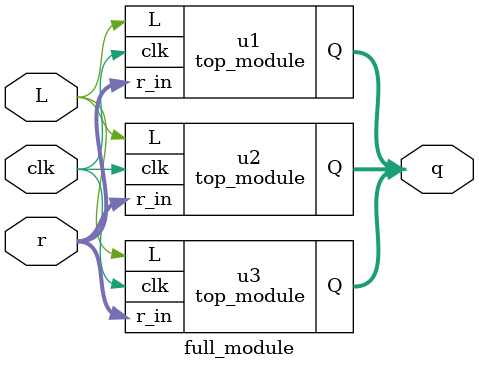
<source format=sv>
module top_module(
    input clk,
    input L,
    input [2:0] r_in,
    output reg [2:0] Q
);

    reg [2:0] q;

    always @(posedge clk) begin
        if (L) begin
            q <= r_in;
        end else begin
            q <= {q[1] ^ q[2], q[0], q[2]};
        end
    end

    assign Q = q;

endmodule
module full_module (
    input [2:0] r,
    input L,
    input clk,
    output reg [2:0] q
);

    top_module u1 (
        .clk(clk),
        .L(L),
        .r_in(r),
        .Q(q)
    );

    top_module u2 (
        .clk(clk),
        .L(L),
        .r_in(r),
        .Q(q)
    );

    top_module u3 (
        .clk(clk),
        .L(L),
        .r_in(r),
        .Q(q)
    );

endmodule

</source>
